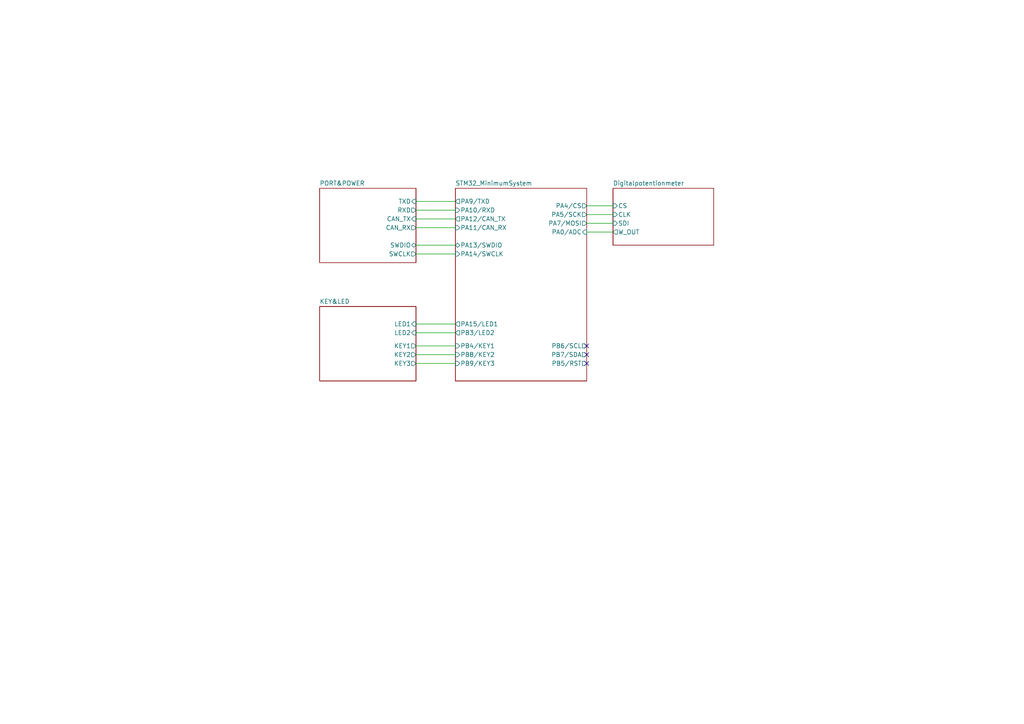
<source format=kicad_sch>
(kicad_sch (version 20211123) (generator eeschema)
  (paper "A4")
  (lib_symbols)
  (no_connect (at 170.18 100.33))
  (no_connect (at 170.18 102.87))
  (no_connect (at 170.18 105.41))
  (wire (pts (xy 120.65 96.52) (xy 132.08 96.52)))
  (wire (pts (xy 120.65 60.96) (xy 132.08 60.96)))
  (wire (pts (xy 120.65 100.33) (xy 132.08 100.33)))
  (wire (pts (xy 120.65 66.04) (xy 132.08 66.04)))
  (wire (pts (xy 120.65 71.12) (xy 132.08 71.12)))
  (wire (pts (xy 120.65 73.66) (xy 132.08 73.66)))
  (wire (pts (xy 120.65 58.42) (xy 132.08 58.42)))
  (wire (pts (xy 170.18 59.69) (xy 177.8 59.69)))
  (wire (pts (xy 120.65 93.98) (xy 132.08 93.98)))
  (wire (pts (xy 170.18 62.23) (xy 177.8 62.23)))
  (wire (pts (xy 120.65 105.41) (xy 132.08 105.41)))
  (wire (pts (xy 120.65 102.87) (xy 132.08 102.87)))
  (wire (pts (xy 170.18 64.77) (xy 177.8 64.77)))
  (wire (pts (xy 170.18 67.31) (xy 177.8 67.31)))
  (wire (pts (xy 120.65 63.5) (xy 132.08 63.5)))
  (sheet (at 132.08 54.61) (size 38.1 55.88) (stroke (width 0.1524))
    (property "Sheet name" "STM32_MinimumSystem" (at 132.08 53.8984 0) (effects (justify left bottom)))
    (property "Sheet file" "STM32_MinimumSystem.kicad_sch" (effects hide))
    (pin "PA0{slash}ADC" input (at 170.18 67.31 0))
    (pin "PA4{slash}CS" output (at 170.18 59.69 0))
    (pin "PA5{slash}SCK" output (at 170.18 62.23 0))
    (pin "PA7{slash}MOSI" output (at 170.18 64.77 0))
    (pin "PA10{slash}RXD" input (at 132.08 60.96 180))
    (pin "PB7{slash}SDA" output (at 170.18 102.87 0))
    (pin "PA15{slash}LED1" output (at 132.08 93.98 180))
    (pin "PB3{slash}LED2" output (at 132.08 96.52 180))
    (pin "PB5{slash}RST" output (at 170.18 105.41 0))
    (pin "PB6{slash}SCL" output (at 170.18 100.33 0))
    (pin "PB4{slash}KEY1" input (at 132.08 100.33 180))
    (pin "PB8{slash}KEY2" input (at 132.08 102.87 180))
    (pin "PB9{slash}KEY3" input (at 132.08 105.41 180))
    (pin "PA14{slash}SWCLK" input (at 132.08 73.66 180))
    (pin "PA13{slash}SWDIO" bidirectional (at 132.08 71.12 180))
    (pin "PA9{slash}TXD" output (at 132.08 58.42 180))
    (pin "PA11{slash}CAN_RX" input (at 132.08 66.04 180))
    (pin "PA12{slash}CAN_TX" output (at 132.08 63.5 180))
  )
  (sheet (at 92.71 88.9) (size 27.94 21.59) (stroke (width 0.1524))
    (property "Sheet name" "KEY&LED" (at 92.71 88.1884 0) (effects (justify left bottom)))
    (property "Sheet file" "KEY&LED.kicad_sch.kicad_sch" (effects hide))
    (pin "LED1" input (at 120.65 93.98 0))
    (pin "LED2" input (at 120.65 96.52 0))
    (pin "KEY1" output (at 120.65 100.33 0))
    (pin "KEY2" output (at 120.65 102.87 0))
    (pin "KEY3" output (at 120.65 105.41 0))
  )
  (sheet (at 177.8 54.61) (size 29.21 16.51) (stroke (width 0.1524))
    (property "Sheet name" "Digitalpotentionmeter" (at 177.8 53.8984 0) (effects (justify left bottom)))
    (property "Sheet file" "Digitalpotentionmeter.kicad_sch" (effects hide))
    (pin "W_OUT" output (at 177.8 67.31 180))
    (pin "SDI" input (at 177.8 64.77 180))
    (pin "CS" input (at 177.8 59.69 180))
    (pin "CLK" input (at 177.8 62.23 180))
  )
  (sheet (at 92.71 54.61) (size 27.94 21.59) (stroke (width 0.1524))
    (property "Sheet name" "PORT&POWER" (at 92.71 53.8984 0) (effects (justify left bottom)))
    (property "Sheet file" "PORT&POWER.kicad_sch.kicad_sch" (effects hide))
    (pin "SWCLK" output (at 120.65 73.66 0))
    (pin "SWDIO" bidirectional (at 120.65 71.12 0))
    (pin "CAN_RX" output (at 120.65 66.04 0))
    (pin "CAN_TX" input (at 120.65 63.5 0))
    (pin "TXD" input (at 120.65 58.42 0))
    (pin "RXD" output (at 120.65 60.96 0))
  )
)
</source>
